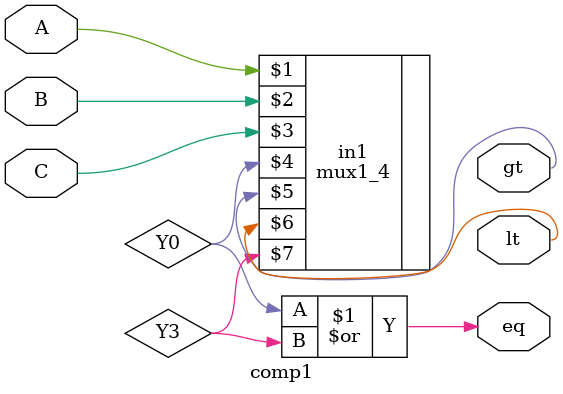
<source format=v>
`timescale 1ns / 1ps


module comp1(
    input A,B,C,
    output gt,eq,lt
    );
    
    wire Y0,Y3;
    
    mux1_4 in1(A,B,C,Y0,gt,lt,Y3);
    
    or(eq,Y0,Y3);
endmodule

</source>
